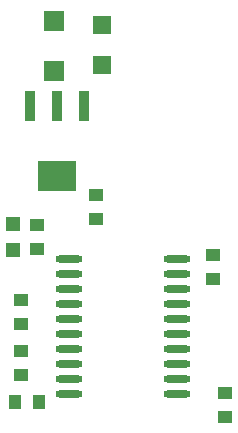
<source format=gtp>
%FSTAX24Y24*%
%MOIN*%
G70*
G01*
G75*
G04 Layer_Color=8421504*
%ADD10R,0.0709X0.0709*%
%ADD11R,0.0512X0.0472*%
%ADD12R,0.0374X0.1004*%
%ADD13R,0.1299X0.1004*%
%ADD14R,0.0512X0.0394*%
%ADD15R,0.0394X0.0512*%
%ADD16R,0.0630X0.0630*%
%ADD17O,0.0906X0.0236*%
%ADD18C,0.0100*%
%ADD19R,0.0591X0.0591*%
%ADD20C,0.0591*%
%ADD21C,0.0320*%
%ADD22R,0.0630X0.0630*%
%ADD23R,0.0374X0.0315*%
%ADD24R,0.0984X0.0512*%
D10*
X2363Y19545D02*
D03*
Y193796D02*
D03*
D11*
X234944Y187809D02*
D03*
Y188675D02*
D03*
D12*
X237306Y192621D02*
D03*
X2364D02*
D03*
X235494D02*
D03*
D13*
X2364Y190278D02*
D03*
D14*
X242Y183043D02*
D03*
Y182256D02*
D03*
X235732Y187848D02*
D03*
Y188635D02*
D03*
X2352Y184443D02*
D03*
Y183656D02*
D03*
Y185356D02*
D03*
Y186143D02*
D03*
X2416Y187643D02*
D03*
Y186856D02*
D03*
X2377Y189643D02*
D03*
Y188856D02*
D03*
D15*
X235794Y18275D02*
D03*
X235006D02*
D03*
D16*
X2379Y195319D02*
D03*
Y19398D02*
D03*
D17*
X240391Y183D02*
D03*
Y1835D02*
D03*
Y184D02*
D03*
Y1845D02*
D03*
Y185D02*
D03*
Y1855D02*
D03*
Y186D02*
D03*
Y1865D02*
D03*
Y187D02*
D03*
Y1875D02*
D03*
X236809Y183D02*
D03*
Y1835D02*
D03*
Y184D02*
D03*
Y1845D02*
D03*
Y185D02*
D03*
Y1855D02*
D03*
Y186D02*
D03*
Y1865D02*
D03*
Y187D02*
D03*
Y1875D02*
D03*
M02*

</source>
